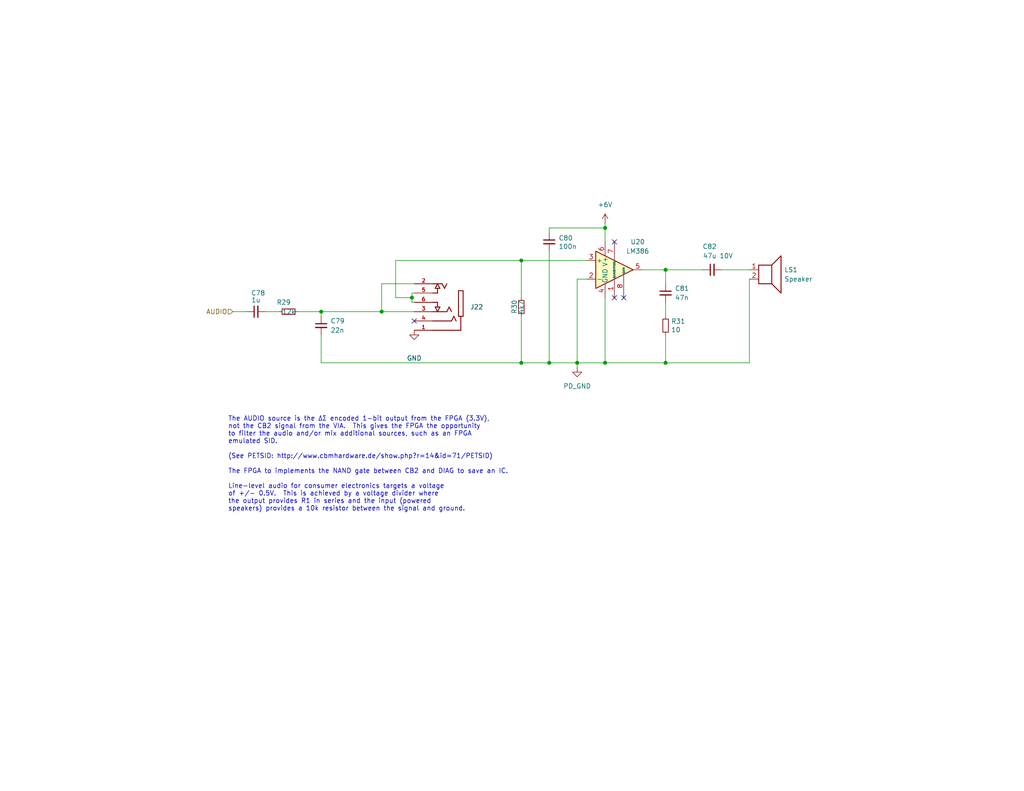
<source format=kicad_sch>
(kicad_sch (version 20211123) (generator eeschema)
  (paper "A")
  (title_block (title "EconoPET 40/8096") (date "2023-11-21") (rev "B"))
  (lib_symbols
    (symbol "Amplifier_Audio:LM386" (pin_names (offset 0.127))
      (property "Reference" "U" (at 1.27 7.62 0))
      (property "Value" "LM386" (at 1.27 5.08 0))
      (symbol "LM386_0_1"
        (polyline (pts (xy 5.08 0) (xy -5.08 5.08) (xy -5.08 -5.08) (xy 5.08 0)) (stroke (width 0.254)) (fill (type background)))
      )
      (symbol "LM386_1_1"
        (pin input line (at 0 -7.62 90) (length 5.08) (name "GAIN") (number "1"))
        (pin input line (at -7.62 -2.54 0) (length 2.54) (name "-") (number "2"))
        (pin input line (at -7.62 2.54 0) (length 2.54) (name "+") (number "3"))
        (pin power_in line (at -2.54 -7.62 90) (length 3.81) (name "GND") (number "4"))
        (pin output line (at 7.62 0 180) (length 2.54) (name "~") (number "5"))
        (pin power_in line (at -2.54 7.62 270) (length 3.81) (name "V+") (number "6"))
        (pin input line (at 0 7.62 270) (length 5.08) (name "BYPASS") (number "7"))
        (pin input line (at 2.54 -7.62 90) (length 6.35) (name "GAIN") (number "8"))
      )
    )
    (symbol "Device:C_Small" (pin_numbers hide) (pin_names (offset 0.254) hide)
      (property "Reference" "C" (at 0.254 1.778 0))
      (property "Value" "C_Small" (at 0.254 -2.032 0))
      (symbol "C_Small_0_1"
        (polyline (pts (xy -1.524 -0.508) (xy 1.524 -0.508)) (stroke (width 0.3302)))
        (polyline (pts (xy -1.524 0.508) (xy 1.524 0.508)) (stroke (width 0.3048)))
      )
      (symbol "C_Small_1_1"
        (pin passive line (at 0 2.54 270) (length 2.032) (name "~") (number "1"))
        (pin passive line (at 0 -2.54 90) (length 2.032) (name "~") (number "2"))
      )
    )
    (symbol "Device:R_Small" (pin_numbers hide) (pin_names (offset 0.254) hide)
      (property "Reference" "R" (at 0.762 0.508 0))
      (property "Value" "R_Small" (at 0.762 -1.016 0))
      (symbol "R_Small_0_1"
        (rectangle (start -0.762 1.778) (end 0.762 -1.778) (stroke (width 0.2032)))
      )
      (symbol "R_Small_1_1"
        (pin passive line (at 0 2.54 270) (length 0.762) (name "~") (number "1"))
        (pin passive line (at 0 -2.54 90) (length 0.762) (name "~") (number "2"))
      )
    )
    (symbol "Device:Speaker" (pin_names (offset 0) hide)
      (property "Reference" "LS" (at 1.27 5.715 0))
      (property "Value" "Speaker" (at 1.27 3.81 0))
      (symbol "Speaker_0_0"
        (rectangle (start -2.54 1.27) (end 1.016 -3.81) (stroke (width 0.254)))
        (polyline (pts (xy 1.016 1.27) (xy 3.556 3.81) (xy 3.556 -6.35) (xy 1.016 -3.81)) (stroke (width 0.254)))
      )
      (symbol "Speaker_1_1"
        (pin input line (at -5.08 0 0) (length 2.54) (name "1") (number "1"))
        (pin input line (at -5.08 -2.54 0) (length 2.54) (name "2") (number "2"))
      )
    )
    (symbol "PET:PD_GND" (power) (pin_names (offset 0))
      (property "Value" "PD_GND" (at 0 -3.81 0))
      (symbol "PD_GND_0_1"
        (polyline (pts (xy 0 0) (xy 0 -1.27) (xy 1.27 -1.27) (xy 0 -2.54) (xy -1.27 -1.27) (xy 0 -1.27)))
      )
      (symbol "PD_GND_1_1"
        (pin power_in line (at 0 0 270) (length 0) hide (name "PD_GND") (number "1"))
      )
    )
    (symbol "SnapEDA:SJ-43504-SMT-TR" (pin_names (offset 1.016) hide)
      (property "Reference" "J" (at -8.9154 6.3754 0))
      (property "Value" "SJ-43504-SMT-TR" (at -8.89 -11.43 0))
      (property "MOUSER" "490-SJ-43504-SMT-TR" (at 0 0 0))
      (symbol "SJ-43504-SMT-TR_0_0"
        (polyline (pts (xy -8.255 -5.715) (xy -8.255 1.27)) (stroke (width 0.254)))
        (polyline (pts (xy -8.255 1.27) (xy -7.62 1.27)) (stroke (width 0.254)))
        (polyline (pts (xy -7.62 1.27) (xy -6.985 1.27)) (stroke (width 0.254)))
        (polyline (pts (xy -7.62 5.08) (xy -7.62 1.27)) (stroke (width 0.254)))
        (polyline (pts (xy -6.985 -5.715) (xy -8.255 -5.715)) (stroke (width 0.254)))
        (polyline (pts (xy -6.985 1.27) (xy -6.985 -5.715)) (stroke (width 0.254)))
        (polyline (pts (xy -5.715 1.27) (xy -6.35 2.54)) (stroke (width 0.254)))
        (polyline (pts (xy -5.08 2.54) (xy -5.715 1.27)) (stroke (width 0.254)))
        (polyline (pts (xy -4.445 -1.27) (xy -5.08 0)) (stroke (width 0.254)))
        (polyline (pts (xy -3.81 0) (xy -4.445 -1.27)) (stroke (width 0.254)))
        (polyline (pts (xy -3.175 -6.35) (xy -3.81 -7.62)) (stroke (width 0.254)))
        (polyline (pts (xy -2.54 -7.62) (xy -3.175 -6.35)) (stroke (width 0.254)))
        (polyline (pts (xy -1.905 -6.35) (xy -1.27 -6.35)) (stroke (width 0.254)))
        (polyline (pts (xy -1.905 -1.27) (xy -1.27 -1.27)) (stroke (width 0.254)))
        (polyline (pts (xy -1.27 -7.62) (xy -2.54 -7.62)) (stroke (width 0.254)))
        (polyline (pts (xy -1.27 -7.62) (xy -1.905 -6.35)) (stroke (width 0.254)))
        (polyline (pts (xy -1.27 -6.35) (xy -0.635 -6.35)) (stroke (width 0.254)))
        (polyline (pts (xy -1.27 -5.08) (xy -1.27 -6.35)) (stroke (width 0.254)))
        (polyline (pts (xy -1.27 -2.54) (xy -1.27 -1.27)) (stroke (width 0.254)))
        (polyline (pts (xy -1.27 -1.27) (xy -0.635 -1.27)) (stroke (width 0.254)))
        (polyline (pts (xy -1.27 0) (xy -3.81 0)) (stroke (width 0.254)))
        (polyline (pts (xy -1.27 0) (xy -1.905 -1.27)) (stroke (width 0.254)))
        (polyline (pts (xy -0.635 -6.35) (xy -1.27 -7.62)) (stroke (width 0.254)))
        (polyline (pts (xy -0.635 -1.27) (xy -1.27 0)) (stroke (width 0.254)))
        (polyline (pts (xy 0 -7.62) (xy -1.27 -7.62)) (stroke (width 0.254)))
        (polyline (pts (xy 0 -5.08) (xy -1.27 -5.08)) (stroke (width 0.254)))
        (polyline (pts (xy 0 -2.54) (xy -1.27 -2.54)) (stroke (width 0.254)))
        (polyline (pts (xy 0 0) (xy -1.27 0)) (stroke (width 0.254)))
        (polyline (pts (xy 0 2.54) (xy -5.08 2.54)) (stroke (width 0.254)))
        (polyline (pts (xy 0 5.08) (xy -7.62 5.08)) (stroke (width 0.254)))
        (pin passive line (at 5.08 5.08 180) (length 5.08) (name "~") (number "1"))
        (pin passive line (at 5.08 -7.62 180) (length 5.08) (name "~") (number "2"))
        (pin passive line (at 5.08 0 180) (length 5.08) (name "~") (number "3"))
        (pin passive line (at 5.08 2.54 180) (length 5.08) (name "~") (number "4"))
        (pin passive line (at 5.08 -5.08 180) (length 5.08) (name "~") (number "5"))
        (pin passive line (at 5.08 -2.54 180) (length 5.08) (name "~") (number "6"))
      )
    )
    (symbol "power:+6V" (power) (pin_names (offset 0))
      (property "Value" "+6V" (at 0 3.556 0))
      (symbol "+6V_0_1"
        (polyline (pts (xy -0.762 1.27) (xy 0 2.54)))
        (polyline (pts (xy 0 0) (xy 0 2.54)))
        (polyline (pts (xy 0 2.54) (xy 0.762 1.27)))
      )
      (symbol "+6V_1_1"
        (pin power_in line (at 0 0 90) (length 0) hide (name "+6V") (number "1"))
      )
    )
    (symbol "power:GND" (power) (pin_names (offset 0))
      (property "Value" "GND" (at 0 -3.81 0))
      (symbol "GND_0_1"
        (polyline (pts (xy 0 0) (xy 0 -1.27) (xy 1.27 -1.27) (xy 0 -2.54) (xy -1.27 -1.27) (xy 0 -1.27)))
      )
      (symbol "GND_1_1"
        (pin power_in line (at 0 0 270) (length 0) hide (name "GND") (number "1"))
      )
    )
  )
  (junction (at 157.48 99.06))
  (junction (at 142.24 99.06))
  (junction (at 181.61 99.06))
  (junction (at 112.395 81.28))
  (junction (at 149.86 99.06))
  (junction (at 165.1 99.06))
  (junction (at 165.1 62.23))
  (junction (at 142.24 71.12))
  (junction (at 87.63 85.09))
  (junction (at 181.61 73.66))
  (junction (at 104.14 85.09))
  (no_connect (at 167.64 66.04))
  (no_connect (at 167.64 81.28))
  (no_connect (at 170.18 81.28))
  (no_connect (at 113.03 87.63))
  (wire (pts (xy 112.395 80.01) (xy 113.03 80.01)))
  (wire (pts (xy 160.02 76.2) (xy 157.48 76.2)))
  (wire (pts (xy 113.03 82.55) (xy 112.395 82.55)))
  (wire (pts (xy 181.61 73.66) (xy 191.77 73.66)))
  (wire (pts (xy 149.86 68.58) (xy 149.86 99.06)))
  (wire (pts (xy 81.28 85.09) (xy 87.63 85.09)))
  (wire (pts (xy 149.86 62.23) (xy 165.1 62.23)))
  (wire (pts (xy 142.24 86.36) (xy 142.24 99.06)))
  (wire (pts (xy 104.14 85.09) (xy 113.03 85.09)))
  (wire (pts (xy 113.03 77.47) (xy 104.14 77.47)))
  (wire (pts (xy 104.14 77.47) (xy 104.14 85.09)))
  (wire (pts (xy 165.1 99.06) (xy 157.48 99.06)))
  (wire (pts (xy 142.24 71.12) (xy 142.24 81.28)))
  (wire (pts (xy 165.1 60.96) (xy 165.1 62.23)))
  (wire (pts (xy 165.1 81.28) (xy 165.1 99.06)))
  (wire (pts (xy 157.48 76.2) (xy 157.48 99.06)))
  (wire (pts (xy 175.26 73.66) (xy 181.61 73.66)))
  (wire (pts (xy 181.61 82.55) (xy 181.61 86.36)))
  (wire (pts (xy 107.95 71.12) (xy 142.24 71.12)))
  (wire (pts (xy 204.47 76.2) (xy 204.47 99.06)))
  (wire (pts (xy 87.63 99.06) (xy 142.24 99.06)))
  (wire (pts (xy 107.95 81.28) (xy 107.95 71.12)))
  (wire (pts (xy 87.63 91.44) (xy 87.63 99.06)))
  (wire (pts (xy 181.61 99.06) (xy 204.47 99.06)))
  (wire (pts (xy 112.395 81.28) (xy 112.395 80.01)))
  (wire (pts (xy 165.1 62.23) (xy 165.1 66.04)))
  (wire (pts (xy 142.24 71.12) (xy 160.02 71.12)))
  (wire (pts (xy 87.63 85.09) (xy 104.14 85.09)))
  (wire (pts (xy 112.395 81.28) (xy 107.95 81.28)))
  (wire (pts (xy 149.86 99.06) (xy 157.48 99.06)))
  (wire (pts (xy 112.395 82.55) (xy 112.395 81.28)))
  (wire (pts (xy 149.86 63.5) (xy 149.86 62.23)))
  (wire (pts (xy 165.1 99.06) (xy 181.61 99.06)))
  (wire (pts (xy 181.61 91.44) (xy 181.61 99.06)))
  (wire (pts (xy 87.63 85.09) (xy 87.63 86.36)))
  (wire (pts (xy 72.39 85.09) (xy 76.2 85.09)))
  (wire (pts (xy 63.5 85.09) (xy 67.31 85.09)))
  (wire (pts (xy 196.85 73.66) (xy 204.47 73.66)))
  (wire (pts (xy 157.48 100.33) (xy 157.48 99.06)))
  (wire (pts (xy 181.61 73.66) (xy 181.61 77.47)))
  (wire (pts (xy 142.24 99.06) (xy 149.86 99.06)))
  (text "The AUDIO source is the ΔΣ encoded 1-bit output from the FPGA (3.3V),\nnot the CB2 signal from the VIA.  This gives the FPGA the opportunity\nto filter the audio and/or mix additional sources, such as an FPGA\nemulated SID.\n\n(See PETSID: http://www.cbmhardware.de/show.php?r=14&id=71/PETSID)\n\nThe FPGA to implements the NAND gate between CB2 and DIAG to save an IC.\n\nLine-level audio for consumer electronics targets a voltage\nof +/- 0.5V.  This is achieved by a voltage divider where\nthe output provides R1 in series and the input (powered\nspeakers) provides a 10k resistor between the signal and ground." (at 62.23 139.7 0) (effects (font (size 1.27 1.27)) (justify left bottom)))
  (hierarchical_label "AUDIO" (shape input) (at 63.5 85.09 180))
  (symbol (lib_id "Device:R_Small") (at 78.74 85.09 90) (unit 1)
    (property "Reference" "R29" (at 79.375 82.55 90) (effects (justify left)))
    (property "Value" "12k" (at 80.645 85.09 90) (effects (justify left)))
    (property "Footprint" "Resistor_SMD:R_0805_2012Metric_Pad1.20x1.40mm_HandSolder" (effects hide))
    (property "Datasheet" "https://datasheet.lcsc.com/lcsc/2206010216_UNI-ROYAL-Uniroyal-Elec-0805W8F1202T5E_C17444.pdf" (effects hide))
    (property "LCSC" "C17444" (effects hide))
  )
  (symbol (lib_id "Device:C_Small") (at 149.86 66.04 0) (unit 1)
    (property "Reference" "C80" (at 152.4 64.9986 0) (effects (justify left)))
    (property "Value" "100n" (at 152.4 67.31 0) (effects (justify left)))
    (property "Footprint" "Capacitor_SMD:C_0402_1005Metric" (effects hide))
    (property "Datasheet" "https://datasheet.lcsc.com/lcsc/2304140030_Samsung-Electro-Mechanics-CL05B104KB54PNC_C307331.pdf" (effects hide))
    (property "LCSC" "C307331" (effects hide))
  )
  (symbol (lib_id "power:GND") (at 113.03 90.17 0) (unit 1)
    (property "Reference" "#PWR0140" (effects hide))
    (property "Value" "GND" (at 113.03 97.79 0))
  )
  (symbol (lib_id "PET:PD_GND") (at 157.48 100.33 0) (unit 1)
    (property "Reference" "#PWR0141" (effects hide))
    (property "Value" "PD_GND" (at 157.48 105.41 0))
  )
  (symbol (lib_id "power:+6V") (at 165.1 60.96 0) (unit 1)
    (property "Reference" "#PWR0142" (effects hide))
    (property "Value" "+6V" (at 165.1 55.88 0))
  )
  (symbol (lib_id "Device:R_Small") (at 181.61 88.9 0) (unit 1)
    (property "Reference" "R31" (at 183.1086 87.7316 0) (effects (justify left)))
    (property "Value" "10" (at 183.1086 90.043 0) (effects (justify left)))
    (property "Footprint" "Resistor_SMD:R_0805_2012Metric_Pad1.20x1.40mm_HandSolder" (effects hide))
    (property "Datasheet" "https://datasheet.lcsc.com/lcsc/2206010216_UNI-ROYAL-Uniroyal-Elec-0805W8F100JT5E_C17415.pdf" (effects hide))
    (property "LCSC" "C17415" (effects hide))
  )
  (symbol (lib_id "Device:C_Small") (at 87.63 88.9 0) (unit 1)
    (property "Reference" "C79" (at 90.17 87.6362 0) (effects (justify left)))
    (property "Value" "22n" (at 90.17 90.1762 0) (effects (justify left)))
    (property "Footprint" "Capacitor_SMD:C_0402_1005Metric" (effects hide))
    (property "Datasheet" "https://datasheet.lcsc.com/lcsc/2304140030_FH--Guangdong-Fenghua-Advanced-Tech-0402B223K500NT_C1532.pdf" (effects hide))
    (property "LCSC" "C1532" (effects hide))
  )
  (symbol (lib_id "SnapEDA:SJ-43504-SMT-TR") (at 118.11 85.09 180) (unit 1)
    (property "Reference" "J22" (at 128.27 83.8199 0) (effects (justify right)))
    (property "Value" "AUDIO" (effects hide))
    (property "Footprint" "SnapEDA:CUI_SJ-43504-SMT-TR" (effects hide))
    (property "Datasheet" "https://www.mouser.com/datasheet/2/670/sj_43504_smt_tr-1779335.pdf" (effects hide))
    (property "MOUSER" "490-SJ-43504-SMT-TR" (effects hide))
    (property "Alt-LCSC" "C319101" (effects hide))
  )
  (symbol (lib_id "Device:Speaker") (at 209.55 73.66 0) (unit 1)
    (property "Reference" "LS1" (at 213.995 73.6599 0) (effects (justify left)))
    (property "Value" "Speaker" (at 213.995 76.1999 0) (effects (justify left)))
    (property "Footprint" "SamacSys_Parts:AT1220TT9R" (effects hide))
    (property "Datasheet" "https://www.mouser.com/datasheet/2/334/AT-1220-TT-9-R-532252.pdf" (effects hide))
    (property "MOUSER" "665-AT1220TT9R" (effects hide))
  )
  (symbol (lib_id "Amplifier_Audio:LM386") (at 167.64 73.66 0) (unit 1)
    (property "Reference" "U20" (at 173.99 66.04 0))
    (property "Value" "LM386" (at 173.99 68.58 0))
    (property "Footprint" "Package_DIP:DIP-8_W7.62mm" (effects hide))
    (property "Datasheet" "https://www.ti.com/general/docs/suppproductinfo.tsp?distId=26&gotoUrl=https://www.ti.com/lit/gpn/lm386" (effects hide))
    (property "MOUSER" "926-LM386N-1/NOPB" (effects hide))
  )
  (symbol (lib_id "Device:R_Small") (at 142.24 83.82 0) (unit 1)
    (property "Reference" "R30" (at 140.335 85.725 90) (effects (justify left)))
    (property "Value" "4k7" (at 142.24 85.725 90) (effects (justify left)))
    (property "Footprint" "Resistor_SMD:R_0805_2012Metric_Pad1.20x1.40mm_HandSolder" (effects hide))
    (property "Datasheet" "https://datasheet.lcsc.com/lcsc/2206010200_UNI-ROYAL-Uniroyal-Elec-0805W8F4701T5E_C17673.pdf" (effects hide))
    (property "LCSC" "C17673" (effects hide))
  )
  (symbol (lib_id "Device:C_Small") (at 69.85 85.09 90) (unit 1)
    (property "Reference" "C78" (at 72.39 80.01 90) (effects (justify left)))
    (property "Value" "1u" (at 71.12 81.915 90) (effects (justify left)))
    (property "Footprint" "Capacitor_SMD:C_0402_1005Metric" (effects hide))
    (property "Datasheet" "https://datasheet.lcsc.com/lcsc/2304140030_Samsung-Electro-Mechanics-CL05A105KA5NQNC_C52923.pdf" (effects hide))
    (property "LCSC" "C52923" (effects hide))
  )
  (symbol (lib_id "Device:C_Small") (at 181.61 80.01 0) (unit 1)
    (property "Reference" "C81" (at 184.15 78.7462 0) (effects (justify left)))
    (property "Value" "47n" (at 184.15 81.2862 0) (effects (justify left)))
    (property "Footprint" "Capacitor_SMD:C_0603_1608Metric" (effects hide))
    (property "Datasheet" "https://datasheet.lcsc.com/lcsc/2304140030_Samsung-Electro-Mechanics-CL10B473KB8NNNC_C1622.pdf" (effects hide))
    (property "LCSC" "C1622" (effects hide))
  )
  (symbol (lib_id "Device:C_Small") (at 194.31 73.66 90) (unit 1)
    (property "Reference" "C82" (at 195.58 67.31 90) (effects (justify left)))
    (property "Value" "47u 10V" (at 200.025 69.85 90) (effects (justify left)))
    (property "Footprint" "Capacitor_SMD:C_1206_3216Metric" (effects hide))
    (property "Datasheet" "https://datasheet.lcsc.com/lcsc/2304140030_Samsung-Electro-Mechanics-CL31A476MPHNNNE_C96123.pdf" (effects hide))
    (property "LCSC" "C96123" (effects hide))
  )
)
</source>
